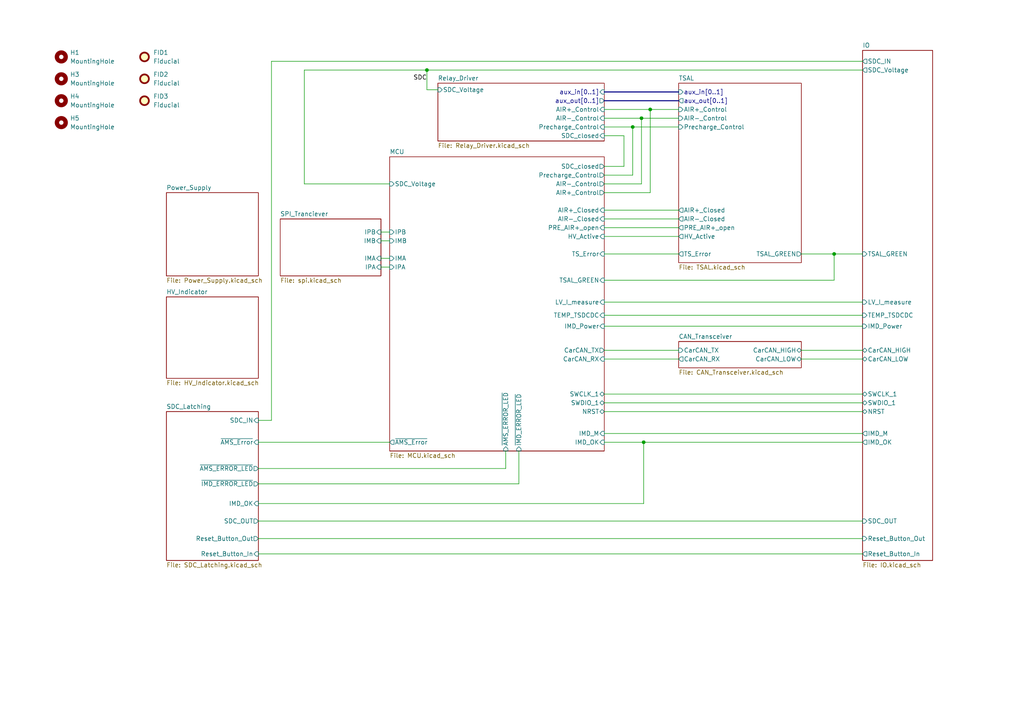
<source format=kicad_sch>
(kicad_sch
	(version 20231120)
	(generator "eeschema")
	(generator_version "8.0")
	(uuid "e63e39d7-6ac0-4ffd-8aa3-1841a4541b55")
	(paper "A4")
	(lib_symbols
		(symbol "Mechanical:Fiducial"
			(exclude_from_sim yes)
			(in_bom no)
			(on_board yes)
			(property "Reference" "FID"
				(at 0 5.08 0)
				(effects
					(font
						(size 1.27 1.27)
					)
				)
			)
			(property "Value" "Fiducial"
				(at 0 3.175 0)
				(effects
					(font
						(size 1.27 1.27)
					)
				)
			)
			(property "Footprint" ""
				(at 0 0 0)
				(effects
					(font
						(size 1.27 1.27)
					)
					(hide yes)
				)
			)
			(property "Datasheet" "~"
				(at 0 0 0)
				(effects
					(font
						(size 1.27 1.27)
					)
					(hide yes)
				)
			)
			(property "Description" "Fiducial Marker"
				(at 0 0 0)
				(effects
					(font
						(size 1.27 1.27)
					)
					(hide yes)
				)
			)
			(property "ki_keywords" "fiducial marker"
				(at 0 0 0)
				(effects
					(font
						(size 1.27 1.27)
					)
					(hide yes)
				)
			)
			(property "ki_fp_filters" "Fiducial*"
				(at 0 0 0)
				(effects
					(font
						(size 1.27 1.27)
					)
					(hide yes)
				)
			)
			(symbol "Fiducial_0_1"
				(circle
					(center 0 0)
					(radius 1.27)
					(stroke
						(width 0.508)
						(type default)
					)
					(fill
						(type background)
					)
				)
			)
		)
		(symbol "Mechanical:MountingHole"
			(pin_names
				(offset 1.016)
			)
			(exclude_from_sim yes)
			(in_bom no)
			(on_board yes)
			(property "Reference" "H"
				(at 0 5.08 0)
				(effects
					(font
						(size 1.27 1.27)
					)
				)
			)
			(property "Value" "MountingHole"
				(at 0 3.175 0)
				(effects
					(font
						(size 1.27 1.27)
					)
				)
			)
			(property "Footprint" ""
				(at 0 0 0)
				(effects
					(font
						(size 1.27 1.27)
					)
					(hide yes)
				)
			)
			(property "Datasheet" "~"
				(at 0 0 0)
				(effects
					(font
						(size 1.27 1.27)
					)
					(hide yes)
				)
			)
			(property "Description" "Mounting Hole without connection"
				(at 0 0 0)
				(effects
					(font
						(size 1.27 1.27)
					)
					(hide yes)
				)
			)
			(property "ki_keywords" "mounting hole"
				(at 0 0 0)
				(effects
					(font
						(size 1.27 1.27)
					)
					(hide yes)
				)
			)
			(property "ki_fp_filters" "MountingHole*"
				(at 0 0 0)
				(effects
					(font
						(size 1.27 1.27)
					)
					(hide yes)
				)
			)
			(symbol "MountingHole_0_1"
				(circle
					(center 0 0)
					(radius 1.27)
					(stroke
						(width 1.27)
						(type default)
					)
					(fill
						(type none)
					)
				)
			)
		)
	)
	(junction
		(at 241.935 73.66)
		(diameter 0)
		(color 0 0 0 0)
		(uuid "0a7f7cff-c29b-4cc6-9d26-e8a073329d15")
	)
	(junction
		(at 123.825 20.32)
		(diameter 0)
		(color 0 0 0 0)
		(uuid "408fafc3-a377-41a0-b7ba-93182cde2895")
	)
	(junction
		(at 186.69 128.27)
		(diameter 0)
		(color 0 0 0 0)
		(uuid "44793ef5-ff1a-4dd7-a42e-e257f8b8042e")
	)
	(junction
		(at 188.595 31.75)
		(diameter 0)
		(color 0 0 0 0)
		(uuid "4978de48-824e-4da0-ad6c-6a4aefa3ff9d")
	)
	(junction
		(at 183.515 36.83)
		(diameter 0)
		(color 0 0 0 0)
		(uuid "7c350bc1-d08e-421e-9df9-7d582d023d7d")
	)
	(junction
		(at 186.055 34.29)
		(diameter 0)
		(color 0 0 0 0)
		(uuid "a1e57cfd-14f7-4329-8eff-f9f55eb71a7d")
	)
	(wire
		(pts
			(xy 180.975 48.26) (xy 180.975 39.37)
		)
		(stroke
			(width 0)
			(type default)
		)
		(uuid "07f9dc8d-c0d0-4dc9-8401-f12e87290517")
	)
	(wire
		(pts
			(xy 188.595 55.88) (xy 188.595 31.75)
		)
		(stroke
			(width 0)
			(type default)
		)
		(uuid "161c37ee-859e-408a-bfc2-59491a96f951")
	)
	(wire
		(pts
			(xy 175.26 36.83) (xy 183.515 36.83)
		)
		(stroke
			(width 0)
			(type default)
		)
		(uuid "1860a00d-f6ff-4922-be20-059a8da73e09")
	)
	(wire
		(pts
			(xy 175.26 94.615) (xy 250.19 94.615)
		)
		(stroke
			(width 0)
			(type default)
		)
		(uuid "18e14012-8379-44ba-bc03-22592befc89a")
	)
	(wire
		(pts
			(xy 175.26 128.27) (xy 186.69 128.27)
		)
		(stroke
			(width 0)
			(type default)
		)
		(uuid "1b75a20a-67f1-4c22-93ad-86624ea64c65")
	)
	(wire
		(pts
			(xy 186.055 34.29) (xy 196.85 34.29)
		)
		(stroke
			(width 0)
			(type default)
		)
		(uuid "1db01ef0-e8ca-4592-b2d3-07fb736a1c26")
	)
	(wire
		(pts
			(xy 110.49 67.31) (xy 113.03 67.31)
		)
		(stroke
			(width 0)
			(type default)
		)
		(uuid "24f82c31-79c3-42d8-ae53-1dfc0417f292")
	)
	(wire
		(pts
			(xy 186.69 128.27) (xy 186.69 146.05)
		)
		(stroke
			(width 0)
			(type default)
		)
		(uuid "30e997bf-188f-4d9b-bd84-fbf9b303fdbc")
	)
	(bus
		(pts
			(xy 175.26 29.21) (xy 196.85 29.21)
		)
		(stroke
			(width 0)
			(type default)
		)
		(uuid "31ffb8c5-4965-42af-9ed5-2cde8d5c615d")
	)
	(wire
		(pts
			(xy 175.26 31.75) (xy 188.595 31.75)
		)
		(stroke
			(width 0)
			(type default)
		)
		(uuid "32c45256-301b-4d4b-9c80-908f3eaa6645")
	)
	(wire
		(pts
			(xy 78.74 17.78) (xy 250.19 17.78)
		)
		(stroke
			(width 0)
			(type default)
		)
		(uuid "39b04c6a-a164-49f1-abea-a3a32285d465")
	)
	(wire
		(pts
			(xy 175.26 81.28) (xy 241.935 81.28)
		)
		(stroke
			(width 0)
			(type default)
		)
		(uuid "3aeadea1-001e-4433-96d3-f973553a40ce")
	)
	(wire
		(pts
			(xy 88.265 53.34) (xy 113.03 53.34)
		)
		(stroke
			(width 0)
			(type default)
		)
		(uuid "43ff35e9-7cd8-4f62-aee2-70328842afeb")
	)
	(wire
		(pts
			(xy 74.93 156.21) (xy 250.19 156.21)
		)
		(stroke
			(width 0)
			(type default)
		)
		(uuid "4c72069e-2911-45fc-ac82-d63dbffe3b04")
	)
	(wire
		(pts
			(xy 183.515 36.83) (xy 183.515 50.8)
		)
		(stroke
			(width 0)
			(type default)
		)
		(uuid "4ec701c3-5b60-44fd-aa98-394de6f7caab")
	)
	(wire
		(pts
			(xy 188.595 31.75) (xy 196.85 31.75)
		)
		(stroke
			(width 0)
			(type default)
		)
		(uuid "51e28119-6df5-4157-ad5a-a917e8c3b6f3")
	)
	(wire
		(pts
			(xy 232.41 104.14) (xy 250.19 104.14)
		)
		(stroke
			(width 0)
			(type default)
		)
		(uuid "52f50848-80d1-428f-ab45-bb31bf0b1bf9")
	)
	(wire
		(pts
			(xy 110.49 77.47) (xy 113.03 77.47)
		)
		(stroke
			(width 0)
			(type default)
		)
		(uuid "54692d45-1676-44b5-883b-2bc41b0fdb8c")
	)
	(wire
		(pts
			(xy 74.93 140.335) (xy 150.495 140.335)
		)
		(stroke
			(width 0)
			(type default)
		)
		(uuid "56636031-e736-471a-aef1-0ac263156ba7")
	)
	(wire
		(pts
			(xy 175.26 73.66) (xy 196.85 73.66)
		)
		(stroke
			(width 0)
			(type default)
		)
		(uuid "59c97f32-e3dc-44cd-97bd-a21f9f2761ed")
	)
	(wire
		(pts
			(xy 175.26 50.8) (xy 183.515 50.8)
		)
		(stroke
			(width 0)
			(type default)
		)
		(uuid "619d8902-06d2-4923-bb65-cfa8d092be87")
	)
	(wire
		(pts
			(xy 74.93 128.27) (xy 113.03 128.27)
		)
		(stroke
			(width 0)
			(type default)
		)
		(uuid "6d2f0521-9da9-4af2-a499-d52735120f75")
	)
	(wire
		(pts
			(xy 110.49 69.85) (xy 113.03 69.85)
		)
		(stroke
			(width 0)
			(type default)
		)
		(uuid "6f739289-0d73-4828-8ed9-0bb5278b8b5b")
	)
	(wire
		(pts
			(xy 150.495 130.81) (xy 150.495 140.335)
		)
		(stroke
			(width 0)
			(type default)
		)
		(uuid "6f995fe1-0166-4ccb-ab08-e9ce4b1480ae")
	)
	(wire
		(pts
			(xy 175.26 114.3) (xy 250.19 114.3)
		)
		(stroke
			(width 0)
			(type default)
		)
		(uuid "72de219e-ea5c-4118-91e1-aa7450812977")
	)
	(wire
		(pts
			(xy 175.26 119.38) (xy 250.19 119.38)
		)
		(stroke
			(width 0)
			(type default)
		)
		(uuid "750042e4-ec72-4b72-a7a1-170d65b6a550")
	)
	(wire
		(pts
			(xy 74.93 121.92) (xy 78.74 121.92)
		)
		(stroke
			(width 0)
			(type default)
		)
		(uuid "78a24785-3b42-46fa-9caf-3fc007c85f2c")
	)
	(wire
		(pts
			(xy 241.935 73.66) (xy 250.19 73.66)
		)
		(stroke
			(width 0)
			(type default)
		)
		(uuid "79c4682b-6f04-465e-bf87-1364ab0de3e5")
	)
	(wire
		(pts
			(xy 241.935 73.66) (xy 241.935 81.28)
		)
		(stroke
			(width 0)
			(type default)
		)
		(uuid "7bf839f6-fe27-416f-b4fb-8b45d66e9c7a")
	)
	(wire
		(pts
			(xy 175.26 53.34) (xy 186.055 53.34)
		)
		(stroke
			(width 0)
			(type default)
		)
		(uuid "7eae9a3b-04d0-4025-90cb-4b284bd379ef")
	)
	(wire
		(pts
			(xy 123.825 26.035) (xy 127 26.035)
		)
		(stroke
			(width 0)
			(type default)
		)
		(uuid "7fe8261e-9374-4542-8746-31b48c970009")
	)
	(wire
		(pts
			(xy 88.265 20.32) (xy 88.265 53.34)
		)
		(stroke
			(width 0)
			(type default)
		)
		(uuid "86c8f75c-d22e-41f4-9b54-7366753afa46")
	)
	(wire
		(pts
			(xy 175.26 66.04) (xy 196.85 66.04)
		)
		(stroke
			(width 0)
			(type default)
		)
		(uuid "879ccb09-3504-4864-9c31-833d63a283d6")
	)
	(wire
		(pts
			(xy 175.26 34.29) (xy 186.055 34.29)
		)
		(stroke
			(width 0)
			(type default)
		)
		(uuid "8893e1cb-365b-4c9c-a85e-2244f030fd1e")
	)
	(wire
		(pts
			(xy 110.49 74.93) (xy 113.03 74.93)
		)
		(stroke
			(width 0)
			(type default)
		)
		(uuid "8b1d64f7-3258-49b4-92aa-93c8541190ba")
	)
	(wire
		(pts
			(xy 232.41 73.66) (xy 241.935 73.66)
		)
		(stroke
			(width 0)
			(type default)
		)
		(uuid "8f2e9e26-e3f1-440c-a826-c9d96000f0ea")
	)
	(wire
		(pts
			(xy 186.69 128.27) (xy 250.19 128.27)
		)
		(stroke
			(width 0)
			(type default)
		)
		(uuid "970ec349-aa6c-4058-9a8a-06f8b0ada789")
	)
	(wire
		(pts
			(xy 123.825 20.32) (xy 123.825 26.035)
		)
		(stroke
			(width 0)
			(type default)
		)
		(uuid "9eaca443-67c5-43d3-a2cb-8dc2134d743d")
	)
	(wire
		(pts
			(xy 175.26 87.63) (xy 250.19 87.63)
		)
		(stroke
			(width 0)
			(type default)
		)
		(uuid "a07ba9bc-6ee6-4356-918f-f47ec7cc369e")
	)
	(wire
		(pts
			(xy 74.93 160.655) (xy 250.19 160.655)
		)
		(stroke
			(width 0)
			(type default)
		)
		(uuid "a14d2587-5011-4932-895b-968b85fb9c29")
	)
	(wire
		(pts
			(xy 175.26 125.73) (xy 250.19 125.73)
		)
		(stroke
			(width 0)
			(type default)
		)
		(uuid "a268a543-1d94-4c7d-9e93-681aa6017876")
	)
	(wire
		(pts
			(xy 175.26 68.58) (xy 196.85 68.58)
		)
		(stroke
			(width 0)
			(type default)
		)
		(uuid "b509a92c-b91c-4e42-b9e3-f73c6491975d")
	)
	(wire
		(pts
			(xy 175.26 101.6) (xy 196.85 101.6)
		)
		(stroke
			(width 0)
			(type default)
		)
		(uuid "bbd9a530-d966-44db-b792-6b8364074399")
	)
	(wire
		(pts
			(xy 183.515 36.83) (xy 196.85 36.83)
		)
		(stroke
			(width 0)
			(type default)
		)
		(uuid "bd7c142b-1b4a-4e3e-891a-2fc7994c4031")
	)
	(wire
		(pts
			(xy 180.975 39.37) (xy 175.26 39.37)
		)
		(stroke
			(width 0)
			(type default)
		)
		(uuid "c4a85f6c-5ba7-40d8-af18-4a31720497a2")
	)
	(wire
		(pts
			(xy 175.26 116.84) (xy 250.19 116.84)
		)
		(stroke
			(width 0)
			(type default)
		)
		(uuid "c7fe1963-cd78-4101-8ef6-6dcc644a8e7d")
	)
	(wire
		(pts
			(xy 175.26 91.44) (xy 250.19 91.44)
		)
		(stroke
			(width 0)
			(type default)
		)
		(uuid "cca14e52-daa2-472f-b950-9a1276c72fee")
	)
	(bus
		(pts
			(xy 175.26 26.67) (xy 196.85 26.67)
		)
		(stroke
			(width 0)
			(type default)
		)
		(uuid "cea651cf-4b09-4040-866b-09f29baccde7")
	)
	(wire
		(pts
			(xy 74.93 151.13) (xy 250.19 151.13)
		)
		(stroke
			(width 0)
			(type default)
		)
		(uuid "d0c6c499-7a00-48b4-bd4b-891bbdb16994")
	)
	(wire
		(pts
			(xy 146.685 135.89) (xy 146.685 130.81)
		)
		(stroke
			(width 0)
			(type default)
		)
		(uuid "d316bfb3-2c73-4ff1-84e3-75c482cbfaa2")
	)
	(wire
		(pts
			(xy 175.26 104.14) (xy 196.85 104.14)
		)
		(stroke
			(width 0)
			(type default)
		)
		(uuid "d53b8b6f-dec9-4a34-9e59-6fc2f5bafc6c")
	)
	(wire
		(pts
			(xy 175.26 63.5) (xy 196.85 63.5)
		)
		(stroke
			(width 0)
			(type default)
		)
		(uuid "d88aee4c-fb2b-496d-98dc-785013c70a8c")
	)
	(wire
		(pts
			(xy 180.975 48.26) (xy 175.26 48.26)
		)
		(stroke
			(width 0)
			(type default)
		)
		(uuid "df7a4fb7-c0df-4747-a51c-5b6d57141fc8")
	)
	(wire
		(pts
			(xy 74.93 135.89) (xy 146.685 135.89)
		)
		(stroke
			(width 0)
			(type default)
		)
		(uuid "e0757bcb-e970-4f03-94f2-6301484ac229")
	)
	(wire
		(pts
			(xy 123.825 20.32) (xy 250.19 20.32)
		)
		(stroke
			(width 0)
			(type default)
		)
		(uuid "e4022d97-9262-4b9e-8880-03a4afd73d19")
	)
	(wire
		(pts
			(xy 74.93 146.05) (xy 186.69 146.05)
		)
		(stroke
			(width 0)
			(type default)
		)
		(uuid "ea203829-7c79-4d55-8c55-d3d8ecb641ef")
	)
	(wire
		(pts
			(xy 88.265 20.32) (xy 123.825 20.32)
		)
		(stroke
			(width 0)
			(type default)
		)
		(uuid "ec66eea5-ae96-4bf7-93db-2f86111f3986")
	)
	(wire
		(pts
			(xy 78.74 17.78) (xy 78.74 121.92)
		)
		(stroke
			(width 0)
			(type default)
		)
		(uuid "ef04e179-1035-430f-b8a3-37f6edb09c73")
	)
	(wire
		(pts
			(xy 232.41 101.6) (xy 250.19 101.6)
		)
		(stroke
			(width 0)
			(type default)
		)
		(uuid "f4eb62d3-6998-4510-806f-341547b3745d")
	)
	(wire
		(pts
			(xy 186.055 34.29) (xy 186.055 53.34)
		)
		(stroke
			(width 0)
			(type default)
		)
		(uuid "f883506b-40b7-4a33-8b08-87bb566721c7")
	)
	(wire
		(pts
			(xy 175.26 60.96) (xy 196.85 60.96)
		)
		(stroke
			(width 0)
			(type default)
		)
		(uuid "f9d34e50-92ea-47a4-8b48-a188792d1fba")
	)
	(wire
		(pts
			(xy 175.26 55.88) (xy 188.595 55.88)
		)
		(stroke
			(width 0)
			(type default)
		)
		(uuid "fa484b90-07b7-4a9e-9fea-6e2a33d9559c")
	)
	(label "SDC"
		(at 123.825 23.495 180)
		(fields_autoplaced yes)
		(effects
			(font
				(size 1.27 1.27)
				(color 0 0 0 1)
			)
			(justify right bottom)
		)
		(uuid "5a0c03f1-96bf-4aa0-a982-95eb41ebc984")
		(property "Netclass" "Relay"
			(at 123.825 24.765 0)
			(effects
				(font
					(size 1.27 1.27)
					(bold yes)
					(italic yes)
				)
				(justify right)
				(hide yes)
			)
		)
	)
	(symbol
		(lib_id "Mechanical:MountingHole")
		(at 17.78 16.51 0)
		(unit 1)
		(exclude_from_sim yes)
		(in_bom no)
		(on_board yes)
		(dnp no)
		(fields_autoplaced yes)
		(uuid "0a967dcf-cf87-4b53-bafc-12025984e67b")
		(property "Reference" "H1"
			(at 20.32 15.2399 0)
			(effects
				(font
					(size 1.27 1.27)
				)
				(justify left)
			)
		)
		(property "Value" "MountingHole"
			(at 20.32 17.7799 0)
			(effects
				(font
					(size 1.27 1.27)
				)
				(justify left)
			)
		)
		(property "Footprint" "MountingHole:MountingHole_3.2mm_M3"
			(at 17.78 16.51 0)
			(effects
				(font
					(size 1.27 1.27)
				)
				(hide yes)
			)
		)
		(property "Datasheet" "~"
			(at 17.78 16.51 0)
			(effects
				(font
					(size 1.27 1.27)
				)
				(hide yes)
			)
		)
		(property "Description" "Mounting Hole without connection"
			(at 17.78 16.51 0)
			(effects
				(font
					(size 1.27 1.27)
				)
				(hide yes)
			)
		)
		(property "Sim.Device" ""
			(at 17.78 16.51 0)
			(effects
				(font
					(size 1.27 1.27)
				)
				(hide yes)
			)
		)
		(property "Sim.Pins" ""
			(at 17.78 16.51 0)
			(effects
				(font
					(size 1.27 1.27)
				)
				(hide yes)
			)
		)
		(property "Sim.Type" ""
			(at 17.78 16.51 0)
			(effects
				(font
					(size 1.27 1.27)
				)
				(hide yes)
			)
		)
		(instances
			(project "Master_FT25"
				(path "/e63e39d7-6ac0-4ffd-8aa3-1841a4541b55"
					(reference "H1")
					(unit 1)
				)
			)
		)
	)
	(symbol
		(lib_id "Mechanical:MountingHole")
		(at 17.78 35.56 0)
		(unit 1)
		(exclude_from_sim yes)
		(in_bom no)
		(on_board yes)
		(dnp no)
		(fields_autoplaced yes)
		(uuid "0b072f1d-7d2e-416a-a533-7e5d8d8d6b40")
		(property "Reference" "H5"
			(at 20.32 34.2899 0)
			(effects
				(font
					(size 1.27 1.27)
				)
				(justify left)
			)
		)
		(property "Value" "MountingHole"
			(at 20.32 36.8299 0)
			(effects
				(font
					(size 1.27 1.27)
				)
				(justify left)
			)
		)
		(property "Footprint" "MountingHole:MountingHole_3.2mm_M3"
			(at 17.78 35.56 0)
			(effects
				(font
					(size 1.27 1.27)
				)
				(hide yes)
			)
		)
		(property "Datasheet" "~"
			(at 17.78 35.56 0)
			(effects
				(font
					(size 1.27 1.27)
				)
				(hide yes)
			)
		)
		(property "Description" "Mounting Hole without connection"
			(at 17.78 35.56 0)
			(effects
				(font
					(size 1.27 1.27)
				)
				(hide yes)
			)
		)
		(property "Sim.Device" ""
			(at 17.78 35.56 0)
			(effects
				(font
					(size 1.27 1.27)
				)
				(hide yes)
			)
		)
		(property "Sim.Pins" ""
			(at 17.78 35.56 0)
			(effects
				(font
					(size 1.27 1.27)
				)
				(hide yes)
			)
		)
		(property "Sim.Type" ""
			(at 17.78 35.56 0)
			(effects
				(font
					(size 1.27 1.27)
				)
				(hide yes)
			)
		)
		(instances
			(project "Master_FT25"
				(path "/e63e39d7-6ac0-4ffd-8aa3-1841a4541b55"
					(reference "H5")
					(unit 1)
				)
			)
		)
	)
	(symbol
		(lib_id "Mechanical:Fiducial")
		(at 41.91 29.21 0)
		(unit 1)
		(exclude_from_sim yes)
		(in_bom no)
		(on_board yes)
		(dnp no)
		(fields_autoplaced yes)
		(uuid "20cdaa43-65c8-4542-a3d9-8381e50d7078")
		(property "Reference" "FID3"
			(at 44.45 27.9399 0)
			(effects
				(font
					(size 1.27 1.27)
				)
				(justify left)
			)
		)
		(property "Value" "Fiducial"
			(at 44.45 30.4799 0)
			(effects
				(font
					(size 1.27 1.27)
				)
				(justify left)
			)
		)
		(property "Footprint" "Fiducial:Fiducial_1mm_Mask2mm"
			(at 41.91 29.21 0)
			(effects
				(font
					(size 1.27 1.27)
				)
				(hide yes)
			)
		)
		(property "Datasheet" "~"
			(at 41.91 29.21 0)
			(effects
				(font
					(size 1.27 1.27)
				)
				(hide yes)
			)
		)
		(property "Description" "Fiducial Marker"
			(at 41.91 29.21 0)
			(effects
				(font
					(size 1.27 1.27)
				)
				(hide yes)
			)
		)
		(property "Sim.Device" ""
			(at 41.91 29.21 0)
			(effects
				(font
					(size 1.27 1.27)
				)
				(hide yes)
			)
		)
		(property "Sim.Pins" ""
			(at 41.91 29.21 0)
			(effects
				(font
					(size 1.27 1.27)
				)
				(hide yes)
			)
		)
		(property "Sim.Type" ""
			(at 41.91 29.21 0)
			(effects
				(font
					(size 1.27 1.27)
				)
				(hide yes)
			)
		)
		(instances
			(project "Master_FT25"
				(path "/e63e39d7-6ac0-4ffd-8aa3-1841a4541b55"
					(reference "FID3")
					(unit 1)
				)
			)
		)
	)
	(symbol
		(lib_id "Mechanical:Fiducial")
		(at 41.91 16.51 0)
		(unit 1)
		(exclude_from_sim yes)
		(in_bom no)
		(on_board yes)
		(dnp no)
		(fields_autoplaced yes)
		(uuid "45741e40-abdc-4d50-b317-939a5201ace5")
		(property "Reference" "FID1"
			(at 44.45 15.2399 0)
			(effects
				(font
					(size 1.27 1.27)
				)
				(justify left)
			)
		)
		(property "Value" "Fiducial"
			(at 44.45 17.7799 0)
			(effects
				(font
					(size 1.27 1.27)
				)
				(justify left)
			)
		)
		(property "Footprint" "Fiducial:Fiducial_1mm_Mask2mm"
			(at 41.91 16.51 0)
			(effects
				(font
					(size 1.27 1.27)
				)
				(hide yes)
			)
		)
		(property "Datasheet" "~"
			(at 41.91 16.51 0)
			(effects
				(font
					(size 1.27 1.27)
				)
				(hide yes)
			)
		)
		(property "Description" "Fiducial Marker"
			(at 41.91 16.51 0)
			(effects
				(font
					(size 1.27 1.27)
				)
				(hide yes)
			)
		)
		(property "Sim.Device" ""
			(at 41.91 16.51 0)
			(effects
				(font
					(size 1.27 1.27)
				)
				(hide yes)
			)
		)
		(property "Sim.Pins" ""
			(at 41.91 16.51 0)
			(effects
				(font
					(size 1.27 1.27)
				)
				(hide yes)
			)
		)
		(property "Sim.Type" ""
			(at 41.91 16.51 0)
			(effects
				(font
					(size 1.27 1.27)
				)
				(hide yes)
			)
		)
		(instances
			(project "Master_FT25"
				(path "/e63e39d7-6ac0-4ffd-8aa3-1841a4541b55"
					(reference "FID1")
					(unit 1)
				)
			)
		)
	)
	(symbol
		(lib_id "Mechanical:MountingHole")
		(at 17.78 29.21 0)
		(unit 1)
		(exclude_from_sim yes)
		(in_bom no)
		(on_board yes)
		(dnp no)
		(fields_autoplaced yes)
		(uuid "6301e002-599c-4024-b369-a435c3498b7e")
		(property "Reference" "H4"
			(at 20.32 27.9399 0)
			(effects
				(font
					(size 1.27 1.27)
				)
				(justify left)
			)
		)
		(property "Value" "MountingHole"
			(at 20.32 30.4799 0)
			(effects
				(font
					(size 1.27 1.27)
				)
				(justify left)
			)
		)
		(property "Footprint" "MountingHole:MountingHole_3.2mm_M3"
			(at 17.78 29.21 0)
			(effects
				(font
					(size 1.27 1.27)
				)
				(hide yes)
			)
		)
		(property "Datasheet" "~"
			(at 17.78 29.21 0)
			(effects
				(font
					(size 1.27 1.27)
				)
				(hide yes)
			)
		)
		(property "Description" "Mounting Hole without connection"
			(at 17.78 29.21 0)
			(effects
				(font
					(size 1.27 1.27)
				)
				(hide yes)
			)
		)
		(property "Sim.Device" ""
			(at 17.78 29.21 0)
			(effects
				(font
					(size 1.27 1.27)
				)
				(hide yes)
			)
		)
		(property "Sim.Pins" ""
			(at 17.78 29.21 0)
			(effects
				(font
					(size 1.27 1.27)
				)
				(hide yes)
			)
		)
		(property "Sim.Type" ""
			(at 17.78 29.21 0)
			(effects
				(font
					(size 1.27 1.27)
				)
				(hide yes)
			)
		)
		(instances
			(project "Master_FT25"
				(path "/e63e39d7-6ac0-4ffd-8aa3-1841a4541b55"
					(reference "H4")
					(unit 1)
				)
			)
		)
	)
	(symbol
		(lib_id "Mechanical:Fiducial")
		(at 41.91 22.86 0)
		(unit 1)
		(exclude_from_sim yes)
		(in_bom no)
		(on_board yes)
		(dnp no)
		(fields_autoplaced yes)
		(uuid "b3151b57-7e28-4545-b8a5-8cfdf967461d")
		(property "Reference" "FID2"
			(at 44.45 21.5899 0)
			(effects
				(font
					(size 1.27 1.27)
				)
				(justify left)
			)
		)
		(property "Value" "Fiducial"
			(at 44.45 24.1299 0)
			(effects
				(font
					(size 1.27 1.27)
				)
				(justify left)
			)
		)
		(property "Footprint" "Fiducial:Fiducial_1mm_Mask2mm"
			(at 41.91 22.86 0)
			(effects
				(font
					(size 1.27 1.27)
				)
				(hide yes)
			)
		)
		(property "Datasheet" "~"
			(at 41.91 22.86 0)
			(effects
				(font
					(size 1.27 1.27)
				)
				(hide yes)
			)
		)
		(property "Description" "Fiducial Marker"
			(at 41.91 22.86 0)
			(effects
				(font
					(size 1.27 1.27)
				)
				(hide yes)
			)
		)
		(property "Sim.Device" ""
			(at 41.91 22.86 0)
			(effects
				(font
					(size 1.27 1.27)
				)
				(hide yes)
			)
		)
		(property "Sim.Pins" ""
			(at 41.91 22.86 0)
			(effects
				(font
					(size 1.27 1.27)
				)
				(hide yes)
			)
		)
		(property "Sim.Type" ""
			(at 41.91 22.86 0)
			(effects
				(font
					(size 1.27 1.27)
				)
				(hide yes)
			)
		)
		(instances
			(project "Master_FT25"
				(path "/e63e39d7-6ac0-4ffd-8aa3-1841a4541b55"
					(reference "FID2")
					(unit 1)
				)
			)
		)
	)
	(symbol
		(lib_id "Mechanical:MountingHole")
		(at 17.78 22.86 0)
		(unit 1)
		(exclude_from_sim yes)
		(in_bom no)
		(on_board yes)
		(dnp no)
		(fields_autoplaced yes)
		(uuid "d1527598-7f4d-46c2-9d81-1aa748b9fa8d")
		(property "Reference" "H3"
			(at 20.32 21.5899 0)
			(effects
				(font
					(size 1.27 1.27)
				)
				(justify left)
			)
		)
		(property "Value" "MountingHole"
			(at 20.32 24.1299 0)
			(effects
				(font
					(size 1.27 1.27)
				)
				(justify left)
			)
		)
		(property "Footprint" "MountingHole:MountingHole_3.2mm_M3"
			(at 17.78 22.86 0)
			(effects
				(font
					(size 1.27 1.27)
				)
				(hide yes)
			)
		)
		(property "Datasheet" "~"
			(at 17.78 22.86 0)
			(effects
				(font
					(size 1.27 1.27)
				)
				(hide yes)
			)
		)
		(property "Description" "Mounting Hole without connection"
			(at 17.78 22.86 0)
			(effects
				(font
					(size 1.27 1.27)
				)
				(hide yes)
			)
		)
		(property "Sim.Device" ""
			(at 17.78 22.86 0)
			(effects
				(font
					(size 1.27 1.27)
				)
				(hide yes)
			)
		)
		(property "Sim.Pins" ""
			(at 17.78 22.86 0)
			(effects
				(font
					(size 1.27 1.27)
				)
				(hide yes)
			)
		)
		(property "Sim.Type" ""
			(at 17.78 22.86 0)
			(effects
				(font
					(size 1.27 1.27)
				)
				(hide yes)
			)
		)
		(instances
			(project "Master_FT25"
				(path "/e63e39d7-6ac0-4ffd-8aa3-1841a4541b55"
					(reference "H3")
					(unit 1)
				)
			)
		)
	)
	(sheet
		(at 48.26 119.38)
		(size 26.67 43.18)
		(fields_autoplaced yes)
		(stroke
			(width 0.1524)
			(type solid)
		)
		(fill
			(color 0 0 0 0.0000)
		)
		(uuid "1faf3ef0-baac-46e1-a293-a43d671ef048")
		(property "Sheetname" "SDC_Latching"
			(at 48.26 118.6684 0)
			(effects
				(font
					(size 1.27 1.27)
				)
				(justify left bottom)
			)
		)
		(property "Sheetfile" "SDC_Latching.kicad_sch"
			(at 48.26 163.1446 0)
			(effects
				(font
					(size 1.27 1.27)
				)
				(justify left top)
			)
		)
		(pin "Reset_Button_In" input
			(at 74.93 160.655 0)
			(effects
				(font
					(size 1.27 1.27)
				)
				(justify right)
			)
			(uuid "d29d350b-902b-4201-b78d-3987c1d43101")
		)
		(pin "Reset_Button_Out" output
			(at 74.93 156.21 0)
			(effects
				(font
					(size 1.27 1.27)
				)
				(justify right)
			)
			(uuid "b3467c47-149f-4dd6-96a3-1425c5e65cd6")
		)
		(pin "SDC_OUT" output
			(at 74.93 151.13 0)
			(effects
				(font
					(size 1.27 1.27)
				)
				(justify right)
			)
			(uuid "04195bc4-f957-489b-8e05-747e1a2601f4")
		)
		(pin "SDC_IN" input
			(at 74.93 121.92 0)
			(effects
				(font
					(size 1.27 1.27)
				)
				(justify right)
			)
			(uuid "92e1de3b-0808-4574-9811-f75c22fccddf")
		)
		(pin "~{AMS_Error}" input
			(at 74.93 128.27 0)
			(effects
				(font
					(size 1.27 1.27)
				)
				(justify right)
			)
			(uuid "d4f4818d-c3c7-4eeb-9c52-aad858d58f30")
		)
		(pin "IMD_OK" input
			(at 74.93 146.05 0)
			(effects
				(font
					(size 1.27 1.27)
				)
				(justify right)
			)
			(uuid "44e26c19-37fa-4e80-adb7-6f8f90521f09")
		)
		(pin "~{AMS_ERROR_LED}" output
			(at 74.93 135.89 0)
			(effects
				(font
					(size 1.27 1.27)
				)
				(justify right)
			)
			(uuid "db873ff3-3fa6-46f9-acf2-1776292c3326")
		)
		(pin "~{IMD_ERROR_LED}" output
			(at 74.93 140.335 0)
			(effects
				(font
					(size 1.27 1.27)
				)
				(justify right)
			)
			(uuid "1e0ea0b3-c0a4-42d3-b88d-ab6314267023")
		)
		(instances
			(project "Master_FT25"
				(path "/e63e39d7-6ac0-4ffd-8aa3-1841a4541b55"
					(page "10")
				)
			)
		)
	)
	(sheet
		(at 48.26 55.88)
		(size 26.67 24.13)
		(fields_autoplaced yes)
		(stroke
			(width 0.1524)
			(type solid)
		)
		(fill
			(color 0 0 0 0.0000)
		)
		(uuid "22dc17c4-8352-43f2-bb65-d704323b2333")
		(property "Sheetname" "Power_Supply"
			(at 48.26 55.1684 0)
			(effects
				(font
					(size 1.27 1.27)
				)
				(justify left bottom)
			)
		)
		(property "Sheetfile" "Power_Supply.kicad_sch"
			(at 48.26 80.5946 0)
			(effects
				(font
					(size 1.27 1.27)
				)
				(justify left top)
			)
		)
		(instances
			(project "Master_FT25"
				(path "/e63e39d7-6ac0-4ffd-8aa3-1841a4541b55"
					(page "8")
				)
			)
		)
	)
	(sheet
		(at 196.85 24.13)
		(size 35.56 52.07)
		(fields_autoplaced yes)
		(stroke
			(width 0.1524)
			(type solid)
		)
		(fill
			(color 0 0 0 0.0000)
		)
		(uuid "5ce1aa0c-f98f-4b94-80bd-f188cf4c57de")
		(property "Sheetname" "TSAL"
			(at 196.85 23.4184 0)
			(effects
				(font
					(size 1.27 1.27)
				)
				(justify left bottom)
			)
		)
		(property "Sheetfile" "TSAL.kicad_sch"
			(at 196.85 76.7846 0)
			(effects
				(font
					(size 1.27 1.27)
				)
				(justify left top)
			)
		)
		(pin "AIR-_Closed" output
			(at 196.85 63.5 180)
			(effects
				(font
					(size 1.27 1.27)
				)
				(justify left)
			)
			(uuid "7f4f978d-1e5d-4a43-b1bf-c4fa7649bd7e")
		)
		(pin "AIR-_Control" input
			(at 196.85 34.29 180)
			(effects
				(font
					(size 1.27 1.27)
				)
				(justify left)
			)
			(uuid "14206ec6-7d56-4612-a521-5201573867ec")
		)
		(pin "AIR+_Control" input
			(at 196.85 31.75 180)
			(effects
				(font
					(size 1.27 1.27)
				)
				(justify left)
			)
			(uuid "97639659-6003-4e23-b4ab-f30326d3a9e4")
		)
		(pin "AIR+_Closed" output
			(at 196.85 60.96 180)
			(effects
				(font
					(size 1.27 1.27)
				)
				(justify left)
			)
			(uuid "6395d9db-d4bc-4c2e-9617-d5b2bf2defa3")
		)
		(pin "HV_Active" output
			(at 196.85 68.58 180)
			(effects
				(font
					(size 1.27 1.27)
				)
				(justify left)
			)
			(uuid "9bc0c846-6b29-4e4d-a0d2-1bffadd4b174")
		)
		(pin "TS_Error" output
			(at 196.85 73.66 180)
			(effects
				(font
					(size 1.27 1.27)
				)
				(justify left)
			)
			(uuid "2448d2bd-f095-4512-bdbb-8c68f77aacaa")
		)
		(pin "Precharge_Control" input
			(at 196.85 36.83 180)
			(effects
				(font
					(size 1.27 1.27)
				)
				(justify left)
			)
			(uuid "1df4d53f-ddfd-42ee-ba3c-fb3c93ade126")
		)
		(pin "TSAL_GREEN" output
			(at 232.41 73.66 0)
			(effects
				(font
					(size 1.27 1.27)
				)
				(justify right)
			)
			(uuid "a160ed03-0ccc-4e23-a6c8-c4e67a7fba77")
		)
		(pin "aux_out[0..1]" output
			(at 196.85 29.21 180)
			(effects
				(font
					(size 1.27 1.27)
				)
				(justify left)
			)
			(uuid "3a27ae30-de5a-46bd-a378-0d864f446364")
		)
		(pin "aux_in[0..1]" input
			(at 196.85 26.67 180)
			(effects
				(font
					(size 1.27 1.27)
				)
				(justify left)
			)
			(uuid "40a61cef-d24c-4c64-82db-a7cffd21fb17")
		)
		(pin "PRE_AIR+_open" output
			(at 196.85 66.04 180)
			(effects
				(font
					(size 1.27 1.27)
				)
				(justify left)
			)
			(uuid "3881df44-0ad9-4779-9b3c-5b5d8df91d4f")
		)
		(instances
			(project "Master_FT25"
				(path "/e63e39d7-6ac0-4ffd-8aa3-1841a4541b55"
					(page "2")
				)
			)
		)
	)
	(sheet
		(at 48.26 86.106)
		(size 26.67 23.622)
		(fields_autoplaced yes)
		(stroke
			(width 0.1524)
			(type solid)
		)
		(fill
			(color 0 0 0 0.0000)
		)
		(uuid "79aa61b0-3913-4dd5-85ac-a55bcc701429")
		(property "Sheetname" "HV_Indicator"
			(at 48.26 85.3944 0)
			(effects
				(font
					(size 1.27 1.27)
				)
				(justify left bottom)
			)
		)
		(property "Sheetfile" "HV_Indicator.kicad_sch"
			(at 48.26 110.3126 0)
			(effects
				(font
					(size 1.27 1.27)
				)
				(justify left top)
			)
		)
		(instances
			(project "Master_FT25"
				(path "/e63e39d7-6ac0-4ffd-8aa3-1841a4541b55"
					(page "11")
				)
			)
		)
	)
	(sheet
		(at 81.28 63.5)
		(size 29.21 16.51)
		(fields_autoplaced yes)
		(stroke
			(width 0.1524)
			(type solid)
		)
		(fill
			(color 0 0 0 0.0000)
		)
		(uuid "7ea6d794-d6f7-459d-b00f-ed5a8a0446d9")
		(property "Sheetname" "SPI_Tranciever"
			(at 81.28 62.7884 0)
			(effects
				(font
					(size 1.27 1.27)
				)
				(justify left bottom)
			)
		)
		(property "Sheetfile" "spi.kicad_sch"
			(at 81.28 80.5946 0)
			(effects
				(font
					(size 1.27 1.27)
				)
				(justify left top)
			)
		)
		(pin "IPB" input
			(at 110.49 67.31 0)
			(effects
				(font
					(size 1.27 1.27)
				)
				(justify right)
			)
			(uuid "12d18ded-a9ec-4a47-a265-cb4b48bd9928")
		)
		(pin "IMB" input
			(at 110.49 69.85 0)
			(effects
				(font
					(size 1.27 1.27)
				)
				(justify right)
			)
			(uuid "4f5cbb16-21f4-4acb-beed-5735b597fc51")
		)
		(pin "IMA" input
			(at 110.49 74.93 0)
			(effects
				(font
					(size 1.27 1.27)
				)
				(justify right)
			)
			(uuid "fd58e044-12b4-4992-9f63-d59e347d92a5")
		)
		(pin "IPA" input
			(at 110.49 77.47 0)
			(effects
				(font
					(size 1.27 1.27)
				)
				(justify right)
			)
			(uuid "212208da-4d93-4618-932d-5d0895edf826")
		)
		(instances
			(project "Master_FT25"
				(path "/e63e39d7-6ac0-4ffd-8aa3-1841a4541b55"
					(page "15")
				)
			)
		)
	)
	(sheet
		(at 127 24.13)
		(size 48.26 16.764)
		(fields_autoplaced yes)
		(stroke
			(width 0.1524)
			(type solid)
		)
		(fill
			(color 0 0 0 0.0000)
		)
		(uuid "95b8e8bb-175b-4c26-b28f-f18dafbb4793")
		(property "Sheetname" "Relay_Driver"
			(at 127 23.4184 0)
			(effects
				(font
					(size 1.27 1.27)
				)
				(justify left bottom)
			)
		)
		(property "Sheetfile" "Relay_Driver.kicad_sch"
			(at 127 41.4786 0)
			(effects
				(font
					(size 1.27 1.27)
				)
				(justify left top)
			)
		)
		(pin "AIR-_Control" input
			(at 175.26 34.29 0)
			(effects
				(font
					(size 1.27 1.27)
				)
				(justify right)
			)
			(uuid "7edf1e41-024c-4116-abe5-cfef0d5a0efc")
		)
		(pin "AIR+_Control" input
			(at 175.26 31.75 0)
			(effects
				(font
					(size 1.27 1.27)
				)
				(justify right)
			)
			(uuid "6e3f7547-4f06-4521-bf16-8b7f213f0b60")
		)
		(pin "Precharge_Control" input
			(at 175.26 36.83 0)
			(effects
				(font
					(size 1.27 1.27)
				)
				(justify right)
			)
			(uuid "64c41c50-b9c1-41ea-996a-a9c20799ff11")
		)
		(pin "SDC_Voltage" input
			(at 127 26.035 180)
			(effects
				(font
					(size 1.27 1.27)
				)
				(justify left)
			)
			(uuid "4d634957-f32f-40f3-8540-70e44430ba5a")
		)
		(pin "SDC_closed" input
			(at 175.26 39.37 0)
			(effects
				(font
					(size 1.27 1.27)
				)
				(justify right)
			)
			(uuid "4c65f1ce-a9bc-4c5f-8403-bedb975d8eb2")
		)
		(pin "aux_in[0..1]" input
			(at 175.26 26.67 0)
			(effects
				(font
					(size 1.27 1.27)
				)
				(justify right)
			)
			(uuid "a0072623-1ad2-4c3d-b0d5-098bfbb311da")
		)
		(pin "aux_out[0..1]" output
			(at 175.26 29.21 0)
			(effects
				(font
					(size 1.27 1.27)
				)
				(justify right)
			)
			(uuid "0fc7ea67-b071-4358-a645-c58a41afe997")
		)
		(instances
			(project "Master_FT25"
				(path "/e63e39d7-6ac0-4ffd-8aa3-1841a4541b55"
					(page "9")
				)
			)
		)
	)
	(sheet
		(at 113.03 45.466)
		(size 62.23 85.344)
		(fields_autoplaced yes)
		(stroke
			(width 0.1524)
			(type solid)
		)
		(fill
			(color 0 0 0 0.0000)
		)
		(uuid "9b70877c-37a9-427a-bda0-c62874ddc559")
		(property "Sheetname" "MCU"
			(at 113.03 44.7544 0)
			(effects
				(font
					(size 1.27 1.27)
				)
				(justify left bottom)
			)
		)
		(property "Sheetfile" "MCU.kicad_sch"
			(at 113.03 131.3946 0)
			(effects
				(font
					(size 1.27 1.27)
				)
				(justify left top)
			)
		)
		(pin "CarCAN_TX" output
			(at 175.26 101.6 0)
			(effects
				(font
					(size 1.27 1.27)
				)
				(justify right)
			)
			(uuid "f47ef6c8-b550-4302-a5a7-6ab5a6184e74")
		)
		(pin "SWCLK_1" bidirectional
			(at 175.26 114.3 0)
			(effects
				(font
					(size 1.27 1.27)
				)
				(justify right)
			)
			(uuid "605a061b-4108-46bb-8fff-97cfb674055b")
		)
		(pin "SWDIO_1" bidirectional
			(at 175.26 116.84 0)
			(effects
				(font
					(size 1.27 1.27)
				)
				(justify right)
			)
			(uuid "92a776b3-e16c-4951-958d-ef2fb53709a9")
		)
		(pin "CarCAN_RX" input
			(at 175.26 104.14 0)
			(effects
				(font
					(size 1.27 1.27)
				)
				(justify right)
			)
			(uuid "04553aed-dc09-4ba7-a9b1-ab4eaf95146d")
		)
		(pin "AIR+_Control" output
			(at 175.26 55.88 0)
			(effects
				(font
					(size 1.27 1.27)
				)
				(justify right)
			)
			(uuid "2269f88f-a85c-4266-ac04-95bf13eb0efd")
		)
		(pin "AIR-_Control" output
			(at 175.26 53.34 0)
			(effects
				(font
					(size 1.27 1.27)
				)
				(justify right)
			)
			(uuid "d79f89ef-7e64-42d3-9138-46893922b4a9")
		)
		(pin "HV_Active" input
			(at 175.26 68.58 0)
			(effects
				(font
					(size 1.27 1.27)
				)
				(justify right)
			)
			(uuid "c20f76e0-182a-4af7-a081-ae1f520a5b95")
		)
		(pin "AIR+_Closed" input
			(at 175.26 60.96 0)
			(effects
				(font
					(size 1.27 1.27)
				)
				(justify right)
			)
			(uuid "125a1f4f-2acf-4cea-9a03-25b35d16fb96")
		)
		(pin "AIR-_Closed" input
			(at 175.26 63.5 0)
			(effects
				(font
					(size 1.27 1.27)
				)
				(justify right)
			)
			(uuid "fbfd2a87-a250-44fd-96a7-e8079404fc85")
		)
		(pin "SDC_Voltage" input
			(at 113.03 53.34 180)
			(effects
				(font
					(size 1.27 1.27)
				)
				(justify left)
			)
			(uuid "3329bc08-3485-4d06-b547-eed9d73de875")
		)
		(pin "IMD_OK" input
			(at 175.26 128.27 0)
			(effects
				(font
					(size 1.27 1.27)
				)
				(justify right)
			)
			(uuid "2f1fce94-ecdd-445f-a70b-53aa628f7126")
		)
		(pin "TS_Error" input
			(at 175.26 73.66 0)
			(effects
				(font
					(size 1.27 1.27)
				)
				(justify right)
			)
			(uuid "e3623c8f-21c5-4339-8297-19f16439a3f4")
		)
		(pin "IMD_M" input
			(at 175.26 125.73 0)
			(effects
				(font
					(size 1.27 1.27)
				)
				(justify right)
			)
			(uuid "8bae7699-4069-414c-8d5a-73d7082e11e5")
		)
		(pin "Precharge_Control" output
			(at 175.26 50.8 0)
			(effects
				(font
					(size 1.27 1.27)
				)
				(justify right)
			)
			(uuid "cdca4c58-1262-4bde-80f4-02b467f8aafe")
		)
		(pin "~{AMS_Error}" output
			(at 113.03 128.27 180)
			(effects
				(font
					(size 1.27 1.27)
				)
				(justify left)
			)
			(uuid "65e84e94-ce74-43d6-a40c-f2a3cd2a6ac8")
		)
		(pin "IMB" input
			(at 113.03 69.85 180)
			(effects
				(font
					(size 1.27 1.27)
				)
				(justify left)
			)
			(uuid "9695f347-9a45-415a-a0c0-c9817bf10ea3")
		)
		(pin "IMA" input
			(at 113.03 74.93 180)
			(effects
				(font
					(size 1.27 1.27)
				)
				(justify left)
			)
			(uuid "a62c6dcb-8b7d-4a24-adec-3aba3d84e6ab")
		)
		(pin "IPA" input
			(at 113.03 77.47 180)
			(effects
				(font
					(size 1.27 1.27)
				)
				(justify left)
			)
			(uuid "409a6711-a53b-4ad0-a904-98393d158eed")
		)
		(pin "IPB" input
			(at 113.03 67.31 180)
			(effects
				(font
					(size 1.27 1.27)
				)
				(justify left)
			)
			(uuid "a0783acc-e661-4dd4-bb10-3985abf0e608")
		)
		(pin "~{IMD_ERROR_LED}" input
			(at 150.495 130.81 270)
			(effects
				(font
					(size 1.27 1.27)
				)
				(justify left)
			)
			(uuid "3c6c52fa-82f4-40f6-8656-08db2fe24843")
		)
		(pin "~{AMS_ERROR_LED}" input
			(at 146.685 130.81 270)
			(effects
				(font
					(size 1.27 1.27)
				)
				(justify left)
			)
			(uuid "98921bb8-c18c-427f-8b3d-3fbc3b24206d")
		)
		(pin "TSAL_GREEN" input
			(at 175.26 81.28 0)
			(effects
				(font
					(size 1.27 1.27)
				)
				(justify right)
			)
			(uuid "c8c1c101-9fca-4c91-b1ff-0ae7a322ed0e")
		)
		(pin "IMD_Power" input
			(at 175.26 94.615 0)
			(effects
				(font
					(size 1.27 1.27)
				)
				(justify right)
			)
			(uuid "b5f88973-9cf9-48af-a376-4344bfa40928")
		)
		(pin "NRST" bidirectional
			(at 175.26 119.38 0)
			(effects
				(font
					(size 1.27 1.27)
				)
				(justify right)
			)
			(uuid "e05a939d-5d9f-44c5-82f0-715cf4d59192")
		)
		(pin "TEMP_TSDCDC" input
			(at 175.26 91.44 0)
			(effects
				(font
					(size 1.27 1.27)
				)
				(justify right)
			)
			(uuid "bad1f67e-a092-4c65-b87d-da69f8343546")
		)
		(pin "LV_I_measure" input
			(at 175.26 87.63 0)
			(effects
				(font
					(size 1.27 1.27)
				)
				(justify right)
			)
			(uuid "df232280-6528-402f-ac89-b7daf1a541da")
		)
		(pin "SDC_closed" output
			(at 175.26 48.26 0)
			(effects
				(font
					(size 1.27 1.27)
				)
				(justify right)
			)
			(uuid "4a5bc6b5-50fc-478c-97e0-cca7410217ca")
		)
		(pin "PRE_AIR+_open" input
			(at 175.26 66.04 0)
			(effects
				(font
					(size 1.27 1.27)
				)
				(justify right)
			)
			(uuid "64b9c48d-f521-44f7-8b4e-d08792e037db")
		)
		(instances
			(project "Master_FT25"
				(path "/e63e39d7-6ac0-4ffd-8aa3-1841a4541b55"
					(page "7")
				)
			)
		)
	)
	(sheet
		(at 196.85 99.06)
		(size 35.56 7.62)
		(fields_autoplaced yes)
		(stroke
			(width 0.1524)
			(type solid)
		)
		(fill
			(color 0 0 0 0.0000)
		)
		(uuid "c358f375-f19f-4341-b85b-3ee34c210f74")
		(property "Sheetname" "CAN_Transceiver"
			(at 196.85 98.3484 0)
			(effects
				(font
					(size 1.27 1.27)
				)
				(justify left bottom)
			)
		)
		(property "Sheetfile" "CAN_Transceiver.kicad_sch"
			(at 196.85 107.2646 0)
			(effects
				(font
					(size 1.27 1.27)
				)
				(justify left top)
			)
		)
		(pin "CarCAN_HIGH" bidirectional
			(at 232.41 101.6 0)
			(effects
				(font
					(size 1.27 1.27)
				)
				(justify right)
			)
			(uuid "fa65e9f0-a816-4cfb-b357-ecef57b3b82d")
		)
		(pin "CarCAN_LOW" bidirectional
			(at 232.41 104.14 0)
			(effects
				(font
					(size 1.27 1.27)
				)
				(justify right)
			)
			(uuid "934324c6-b02c-4f3e-ac08-05f9d8568f0c")
		)
		(pin "CarCAN_RX" output
			(at 196.85 104.14 180)
			(effects
				(font
					(size 1.27 1.27)
				)
				(justify left)
			)
			(uuid "31629ba9-9ca0-47ad-8673-f9b3b28a9e35")
		)
		(pin "CarCAN_TX" input
			(at 196.85 101.6 180)
			(effects
				(font
					(size 1.27 1.27)
				)
				(justify left)
			)
			(uuid "8d8c23ec-d24d-4183-b1f7-cf9ad53f8460")
		)
		(instances
			(project "Master_FT25"
				(path "/e63e39d7-6ac0-4ffd-8aa3-1841a4541b55"
					(page "9")
				)
			)
		)
	)
	(sheet
		(at 250.19 14.605)
		(size 20.32 147.955)
		(fields_autoplaced yes)
		(stroke
			(width 0.1524)
			(type solid)
		)
		(fill
			(color 0 0 0 0.0000)
		)
		(uuid "e59bef98-744e-4b2e-ac94-b25961b27b6b")
		(property "Sheetname" "IO"
			(at 250.19 13.8934 0)
			(effects
				(font
					(size 1.27 1.27)
				)
				(justify left bottom)
			)
		)
		(property "Sheetfile" "IO.kicad_sch"
			(at 250.19 163.1446 0)
			(effects
				(font
					(size 1.27 1.27)
				)
				(justify left top)
			)
		)
		(pin "IMD_OK" output
			(at 250.19 128.27 180)
			(effects
				(font
					(size 1.27 1.27)
				)
				(justify left)
			)
			(uuid "73a53e5f-47d4-429e-b637-fe2428dc243a")
		)
		(pin "CarCAN_HIGH" bidirectional
			(at 250.19 101.6 180)
			(effects
				(font
					(size 1.27 1.27)
				)
				(justify left)
			)
			(uuid "cfd54fc9-5d46-422b-b49a-82ec9ef3d301")
		)
		(pin "CarCAN_LOW" bidirectional
			(at 250.19 104.14 180)
			(effects
				(font
					(size 1.27 1.27)
				)
				(justify left)
			)
			(uuid "4908e932-225b-41df-985d-1241673c0a49")
		)
		(pin "SDC_OUT" input
			(at 250.19 151.13 180)
			(effects
				(font
					(size 1.27 1.27)
				)
				(justify left)
			)
			(uuid "34508969-254e-4438-9b33-7cb21198ee8f")
		)
		(pin "SDC_IN" output
			(at 250.19 17.78 180)
			(effects
				(font
					(size 1.27 1.27)
				)
				(justify left)
			)
			(uuid "8495abc2-3730-425c-b838-1c99612cd81e")
		)
		(pin "SWCLK_1" bidirectional
			(at 250.19 114.3 180)
			(effects
				(font
					(size 1.27 1.27)
				)
				(justify left)
			)
			(uuid "437f6c45-8b21-41bf-8d1c-725319dff698")
		)
		(pin "SWDIO_1" bidirectional
			(at 250.19 116.84 180)
			(effects
				(font
					(size 1.27 1.27)
				)
				(justify left)
			)
			(uuid "e266763f-e667-425b-aba3-e0a9fc3d9f72")
		)
		(pin "Reset_Button_Out" input
			(at 250.19 156.21 180)
			(effects
				(font
					(size 1.27 1.27)
				)
				(justify left)
			)
			(uuid "7097514d-9ab0-49c8-801c-09b9f72ebdaa")
		)
		(pin "Reset_Button_In" output
			(at 250.19 160.655 180)
			(effects
				(font
					(size 1.27 1.27)
				)
				(justify left)
			)
			(uuid "27a983f6-d6be-4239-89dd-edb014519101")
		)
		(pin "IMD_M" output
			(at 250.19 125.73 180)
			(effects
				(font
					(size 1.27 1.27)
				)
				(justify left)
			)
			(uuid "a7ce4794-481c-4781-9ab5-060183fd78cb")
		)
		(pin "TSAL_GREEN" input
			(at 250.19 73.66 180)
			(effects
				(font
					(size 1.27 1.27)
				)
				(justify left)
			)
			(uuid "9a9624b0-654d-4442-8a3c-d3ea916177b2")
		)
		(pin "SDC_Voltage" output
			(at 250.19 20.32 180)
			(effects
				(font
					(size 1.27 1.27)
				)
				(justify left)
			)
			(uuid "65e03ba9-c7d9-4f9a-b3ef-d75fc55081ec")
		)
		(pin "IMD_Power" input
			(at 250.19 94.615 180)
			(effects
				(font
					(size 1.27 1.27)
				)
				(justify left)
			)
			(uuid "0765be10-6e68-4975-a0cd-2fc202579881")
		)
		(pin "LV_I_measure" input
			(at 250.19 87.63 180)
			(effects
				(font
					(size 1.27 1.27)
				)
				(justify left)
			)
			(uuid "3116f761-651c-42f1-ab1e-4176d18b069c")
		)
		(pin "NRST" bidirectional
			(at 250.19 119.38 180)
			(effects
				(font
					(size 1.27 1.27)
				)
				(justify left)
			)
			(uuid "ce49ebb2-e147-4bc0-822a-dcc07fca15cf")
		)
		(pin "TEMP_TSDCDC" input
			(at 250.19 91.44 180)
			(effects
				(font
					(size 1.27 1.27)
				)
				(justify left)
			)
			(uuid "6acb0152-a506-4b08-8ddd-869095583706")
		)
		(instances
			(project "Master_FT25"
				(path "/e63e39d7-6ac0-4ffd-8aa3-1841a4541b55"
					(page "12")
				)
			)
		)
	)
	(sheet_instances
		(path "/"
			(page "1")
		)
	)
)

</source>
